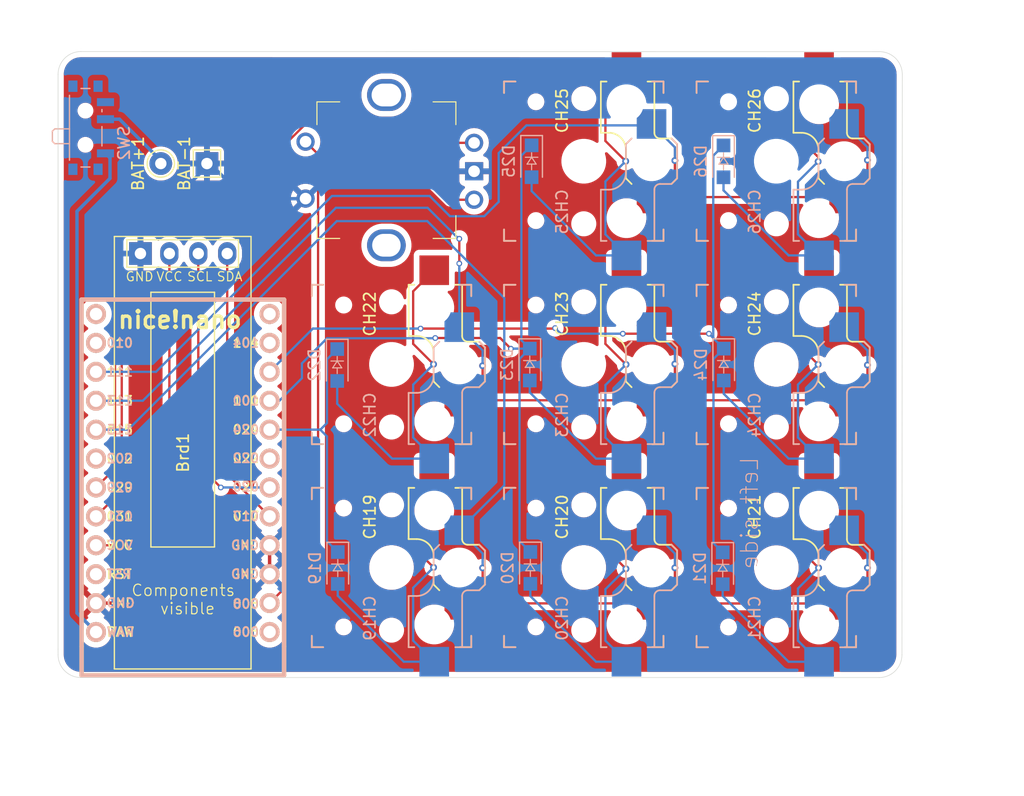
<source format=kicad_pcb>
(kicad_pcb (version 20240108) (generator "pcbnew") (generator_version "8.0")
  (layers (0 "F.Cu" signal) (31 "B.Cu" signal) (34 "B.Paste" user) (35 "F.Paste" user) (36 "B.SilkS" user "B.Silkscreen") (37 "F.SilkS" user "F.Silkscreen") (38 "B.Mask" user) (39 "F.Mask" user) (44 "Edge.Cuts" user))
  (net 0 "")
  (net 1 "Net-(SW2-C)")
  (net 2 "Net-(Brd1-SDA)")
  (net 3 "Net-(Brd1-VCC)")
  (net 4 "Net-(Brd1-SCL)")
  (net 5 "Net-(U2-P1.15)")
  (net 6 "Net-(D19-A)")
  (net 7 "Net-(D20-A)")
  (net 8 "Net-(D21-A)")
  (net 9 "Net-(U2-P1.13)")
  (net 10 "Net-(D22-A)")
  (net 11 "Net-(D23-A)")
  (net 12 "Net-(D24-A)")
  (net 13 "Net-(D25-A)")
  (net 14 "Net-(U2-P1.11)")
  (net 15 "Net-(D26-A)")
  (net 16 "Net-(U2-AIN5{slash}P0.29)")
  (net 17 "Net-(U2-RX1{slash}P0.08)")
  (net 18 "Net-(U2-AIN7{slash}P0.31)")
  (net 19 "Net-(D19-K)")
  (net 20 "Net-(D20-K)")
  (net 21 "Net-(D21-K)")
  (net 23 "Net-(SW2-B)")
  (net 32 "GND")
  (footprint "keyswitches:Kailh_socket_PG1350_reversible" (layer "F.Cu") (at 61.330006 59.935335 90)
    (property "Reference" "CH20")
    (property "Value" "KSwitch")
  )
  (footprint "TestPoint:TestPoint_THTPad_2.0x2.0mm_Drill1.0mm" (layer "F.Cu") (at 28.24 24.44 90)
    (property "Reference" "BAT-1")
    (property "Value" "BAT-")
  )
  (footprint "keyswitches:Kailh_socket_PG1350_reversible" (layer "F.Cu") (at 61.329996 42.089664 90)
    (property "Reference" "CH23")
    (property "Value" "KSwitch")
  )
  (footprint "nice-nano-kicad:nice_nano" (layer "F.Cu") (at 26.12239 51.630578 90)
    (property "Reference" "U2" (hide yes))
    (property "Value" "nice_nano" (hide yes))
  )
  (footprint "keyswitches:Kailh_socket_PG1350_reversible" (layer "F.Cu") (at 78.240006 59.94283 90)
    (property "Reference" "CH21")
    (property "Value" "KSwitch")
  )
  (footprint "keyswitches:Kailh_socket_PG1350_reversible" (layer "F.Cu") (at 61.33 24.235321 90)
    (property "Reference" "CH25")
    (property "Value" "KSwitch")
  )
  (footprint "keyswitches:Kailh_socket_PG1350_reversible" (layer "F.Cu") (at 44.449645 42.089667 90)
    (property "Reference" "CH22")
    (property "Value" "KSwitch")
  )
  (footprint "Rotary_Encoder:RotaryEncoder_Bourns_Vertical_PEL11L-4xxxF-Sxxxx_1" (layer "F.Cu") (at 43.900003 25.119672 90)
    (property "Reference" "CH28" (hide yes))
    (property "Value" "RotaryEncoder_Switch" (hide yes))
  )
  (footprint "keyswitches:Kailh_socket_PG1350_reversible" (layer "F.Cu") (at 78.240007 24.235334 90)
    (property "Reference" "CH26")
    (property "Value" "KSwitch")
  )
  (footprint "TestPoint:TestPoint_THTPad_D2.0mm_Drill1.0mm" (layer "F.Cu") (at 24.189999 24.440001 90)
    (property "Reference" "BAT+1")
    (property "Value" "BAT+")
  )
  (footprint "SSD1306:128x64OLED_0.91" (layer "F.Cu") (at 26.142144 49.846078)
    (property "Reference" "Brd1")
    (property "Value" "SSD1306")
  )
  (footprint "keyswitches:Kailh_socket_PG1350_reversible" (layer "F.Cu") (at 78.240007 42.08967 90)
    (property "Reference" "CH24")
    (property "Value" "KSwitch")
  )
  (footprint "keyswitches:Kailh_socket_PG1350_reversible" (layer "F.Cu") (at 44.449646 59.935337 90)
    (property "Reference" "CH19")
    (property "Value" "KSwitch")
  )
  (footprint "Diode_SMD:Nexperia_CFP3_SOD-123W" (layer "B.Cu") (at 73.620003 42.102168 -90)
    (property "Reference" "D24")
    (property "Value" "D")
  )
  (footprint "Diode_SMD:Nexperia_CFP3_SOD-123W" (layer "B.Cu") (at 56.59 42.102168 -90)
    (property "Reference" "D23")
    (property "Value" "D")
  )
  (footprint "Button_Switch_SMD:SW_SPDT_PCM12" (layer "B.Cu") (at 17.901042 21.293879 90)
    (property "Reference" "SW2")
    (property "Value" "SW_Wuerth_450301014042")
  )
  (footprint "Diode_SMD:Nexperia_CFP3_SOD-123W" (layer "B.Cu") (at 39.729649 59.977833 -90)
    (property "Reference" "D19")
    (property "Value" "D")
  )
  (footprint "Diode_SMD:Nexperia_CFP3_SOD-123W" (layer "B.Cu") (at 73.600006 24.247826 -90)
    (property "Reference" "D26")
    (property "Value" "D")
  )
  (footprint "Diode_SMD:Nexperia_CFP3_SOD-123W" (layer "B.Cu") (at 39.679643 42.142168 -90)
    (property "Reference" "D22")
    (property "Value" "D")
  )
  (footprint "Diode_SMD:Nexperia_CFP3_SOD-123W" (layer "B.Cu") (at 56.639996 59.967831 -90)
    (property "Reference" "D20")
    (property "Value" "D")
  )
  (footprint "Diode_SMD:Nexperia_CFP3_SOD-123W" (layer "B.Cu") (at 56.749998 24.237826 -90)
    (property "Reference" "D25")
    (property "Value" "D")
  )
  (footprint "Diode_SMD:Nexperia_CFP3_SOD-123W" (layer "B.Cu") (at 73.530004 60.005332 -90)
    (property "Reference" "D21")
    (property "Value" "D")
  )
  (gr_arc (start 87.298823 14.609596) (mid 88.713245 15.195856) (end 89.298551 16.610688) (stroke (width 0.05)) (layer "Edge.Cuts"))
  (gr_arc (start 89.270735 67.600963) (mid 88.684518 69.014423) (end 87.270737 69.599868) (stroke (width 0.05)) (layer "Edge.Cuts"))
  (gr_arc (start 17.169641 69.599873) (mid 15.755367 69.014143) (end 15.169644 67.599866) (stroke (width 0.05)) (layer "Edge.Cuts"))
  (gr_line (start 87.298823 14.609596) (end 17.169912 14.600139) (stroke (width 0.05)) (layer "Edge.Cuts"))
  (gr_arc (start 15.169644 16.600144) (mid 15.755516 15.185825) (end 17.169912 14.600139) (stroke (width 0.05)) (layer "Edge.Cuts"))
  (gr_line (start 87.270737 69.599868) (end 17.169641 69.599873) (stroke (width 0.05)) (layer "Edge.Cuts"))
  (gr_line (start 15.169644 16.600144) (end 15.169642 67.099873) (stroke (width 0.05)) (layer "Edge.Cuts"))
  (gr_line (start 89.298551 16.610688) (end 89.270735 67.600963) (stroke (width 0.05)) (layer "Edge.Cuts"))
  (gr_line (start 15.169644 67.599866) (end 15.169642 67.099873) (stroke (width 0.05)) (layer "Edge.Cuts"))
  (gr_text "Left side" (at 76.762822 50.125775 90) (layer "B.SilkS") (effects (font (size 1.5 1.5) (thickness 0.1)) (justify left bottom mirror)))
  (gr_text "Components \nvisible" (at 26.540004 64.130537 0) (layer "F.SilkS") (effects (font (size 1 1) (thickness 0.1)) (justify bottom)))
  (segment (start 20.558652 20.543883) (end 19.331043 20.543881) (width 0.3) (layer "B.Cu") (net 1))
  (segment (start 24.189999 24.17523) (end 20.558652 20.543883) (width 0.3) (layer "B.Cu") (net 1))
  (segment (start 24.189999 24.440001) (end 24.189999 24.17523) (width 0.3) (layer "B.Cu") (net 1))
  (segment (start 30.022144 32.346077) (end 30.022144 51.72033) (width 0.2) (layer "F.Cu") (net 2))
  (segment (start 30.022144 51.72033) (end 33.742388 55.440578) (width 0.2) (layer "F.Cu") (net 2))
  (segment (start 24.942145 32.346078) (end 24.942148 55.787562) (width 0.2) (layer "F.Cu") (net 3))
  (segment (start 22.749129 57.980576) (end 18.502393 57.980577) (width 0.2) (layer "F.Cu") (net 3))
  (segment (start 24.942148 55.787562) (end 22.749129 57.980576) (width 0.2) (layer "F.Cu") (net 3))
  (segment (start 29.459132 52.900575) (end 27.48214 50.923588) (width 0.2) (layer "F.Cu") (net 4))
  (segment (start 27.48214 50.923588) (end 27.482144 32.346075) (width 0.2) (layer "F.Cu") (net 4))
  (via (at 29.459132 52.900575) (size 0.5) (drill 0.3) (layers "F.Cu" "B.Cu") (net 4))
  (segment (start 29.459132 52.900575) (end 33.74239 52.900578) (width 0.2) (layer "B.Cu") (net 4))
  (segment (start 67.397511 63.092831) (end 84.065009 63.092832) (width 0.2) (layer "F.Cu") (net 5))
  (segment (start 52.449326 61.160648) (end 52.449328 59.97129) (width 0.2) (layer "F.Cu") (net 5))
  (segment (start 50.399643 63.21033) (end 50.524641 63.085337) (width 0.2) (layer "F.Cu") (net 5))
  (segment (start 67.280007 63.210334) (end 67.397511 63.092831) (width 0.2) (layer "F.Cu") (net 5))
  (segment (start 86.239914 61.167922) (end 86.239914 59.962055) (width 0.2) (layer "F.Cu") (net 5))
  (segment (start 84.065009 63.092832) (end 84.190007 63.21783) (width 0.2) (layer "F.Cu") (net 5))
  (segment (start 84.190007 63.21783) (end 86.239914 61.167922) (width 0.2) (layer "F.Cu") (net 5))
  (segment (start 50.399643 63.21033) (end 52.449326 61.160648) (width 0.2) (layer "F.Cu") (net 5))
  (segment (start 67.280007 63.210334) (end 69.329828 61.160513) (width 0.2) (layer "F.Cu") (net 5))
  (segment (start 67.155008 63.085336) (end 67.280007 63.210334) (width 0.2) (layer "F.Cu") (net 5))
  (segment (start 50.524641 63.085337) (end 67.155008 63.085336) (width 0.2) (layer "F.Cu") (net 5))
  (segment (start 69.329828 61.160513) (end 69.329827 59.96237) (width 0.2) (layer "F.Cu") (net 5))
  (via (at 52.449328 59.97129) (size 0.6) (drill 0.3) (layers "F.Cu" "B.Cu") (net 5))
  (via (at 86.239914 59.962055) (size 0.6) (drill 0.3) (layers "F.Cu" "B.Cu") (net 5))
  (via (at 69.329827 59.96237) (size 0.6) (drill 0.3) (layers "F.Cu" "B.Cu") (net 5))
  (segment (start 69.329827 59.96237) (end 69.329828 58.710157) (width 0.2) (layer "B.Cu") (net 5))
  (segment (start 86.239914 59.962055) (end 86.239914 58.71774) (width 0.2) (layer "B.Cu") (net 5))
  (segment (start 18.502386 47.820577) (end 18.502386 47.19732) (width 0.2) (layer "B.Cu") (net 5))
  (segment (start 52.449328 59.97129) (end 52.449327 58.710016) (width 0.2) (layer "B.Cu") (net 5))
  (segment (start 47.590043 29.499667) (end 39.640043 29.499666) (width 0.2) (layer "B.Cu") (net 5))
  (segment (start 54.350042 36.259662) (end 47.590043 29.499667) (width 0.2) (layer "B.Cu") (net 5))
  (segment (start 21.319133 47.820577) (end 18.502386 47.820577) (width 0.2) (layer "B.Cu") (net 5))
  (segment (start 54.350043 52.709937) (end 54.350042 36.259662) (width 0.2) (layer "B.Cu") (net 5))
  (segment (start 52.449327 58.710016) (end 50.399643 56.660331) (width 0.2) (layer "B.Cu") (net 5))
  (segment (start 39.640043 29.499666) (end 21.319133 47.820577) (width 0.2) (layer "B.Cu") (net 5))
  (segment (start 69.329828 58.710157) (end 67.280001 56.660334) (width 0.2) (layer "B.Cu") (net 5))
  (segment (start 50.399643 56.660331) (end 54.350043 52.709937) (width 0.2) (layer "B.Cu") (net 5))
  (segment (start 86.239914 58.71774) (end 84.190006 56.66783) (width 0.2) (layer "B.Cu") (net 5))
  (segment (start 46.349644 53.510336) (end 48.199645 51.660335) (width 0.2) (layer "F.Cu") (net 6))
  (segment (start 46.349645 58.134061) (end 46.349644 53.510336) (width 0.2) (layer "F.Cu") (net 6))
  (segment (start 48.140043 59.924458) (end 46.349645 58.134061) (width 0.2) (layer "F.Cu") (net 6))
  (via (at 48.140043 59.924458) (size 0.6) (drill 0.3) (layers "F.Cu" "B.Cu") (net 6))
  (segment (start 45.526316 68.210336) (end 39.729648 62.413668) (width 0.2) (layer "B.Cu") (net 6))
  (segment (start 48.199643 68.210332) (end 46.349651 66.360336) (width 0.2) (layer "B.Cu") (net 6))
  (segment (start 46.349646 61.714859) (end 48.140043 59.924458) (width 0.2) (layer "B.Cu") (net 6))
  (segment (start 46.349651 66.360336) (end 46.349646 61.714859) (width 0.2) (layer "B.Cu") (net 6))
  (segment (start 39.729648 62.413668) (end 39.729649 61.377834) (width 0.2) (layer "B.Cu") (net 6))
  (segment (start 48.199643 68.210332) (end 45.526316 68.210336) (width 0.2) (layer "B.Cu") (net 6))
  (segment (start 63.230008 53.510336) (end 65.080005 51.660335) (width 0.2) (layer "F.Cu") (net 7))
  (segment (start 65.030043 60.044458) (end 63.230006 58.244423) (width 0.2) (layer "F.Cu") (net 7))
  (segment (start 63.230006 58.244423) (end 63.230008 53.510336) (width 0.2) (layer "F.Cu") (net 7))
  (via (at 65.030043 60.044458) (size 0.6) (drill 0.3) (layers "F.Cu" "B.Cu") (net 7))
  (segment (start 62.406677 68.210336) (end 56.639994 62.443656) (width 0.2) (layer "B.Cu") (net 7))
  (segment (start 63.230007 61.844497) (end 65.030043 60.044458) (width 0.2) (layer "B.Cu") (net 7))
  (segment (start 65.080006 68.210334) (end 62.406677 68.210336) (width 0.2) (layer "B.Cu") (net 7))
  (segment (start 65.080006 68.210334) (end 63.230009 66.360337) (width 0.2) (layer "B.Cu") (net 7))
  (segment (start 63.230009 66.360337) (end 63.230007 61.844497) (width 0.2) (layer "B.Cu") (net 7))
  (segment (start 56.639994 62.443656) (end 56.639998 61.367829) (width 0.2) (layer "B.Cu") (net 7))
  (segment (start 80.140002 58.154426) (end 80.140007 53.517831) (width 0.2) (layer "F.Cu") (net 8))
  (segment (start 81.950043 59.96446) (end 80.140002 58.154426) (width 0.2) (layer "F.Cu") (net 8))
  (segment (start 80.140007 53.517831) (end 81.990007 51.66783) (width 0.2) (layer "F.Cu") (net 8))
  (via (at 81.950043 59.96446) (size 0.6) (drill 0.3) (layers "F.Cu" "B.Cu") (net 8))
  (segment (start 81.990004 68.217829) (end 80.140007 66.367833) (width 0.2) (layer "B.Cu") (net 8))
  (segment (start 80.140007 61.774498) (end 81.950043 59.96446) (width 0.2) (layer "B.Cu") (net 8))
  (segment (start 81.990004 68.217829) (end 79.316675 68.21783) (width 0.2) (layer "B.Cu") (net 8))
  (segment (start 80.140007 66.367833) (end 80.140007 61.774498) (width 0.2) (layer "B.Cu") (net 8))
  (segment (start 79.316675 68.21783) (end 73.530007 62.431159) (width 0.2) (layer "B.Cu") (net 8))
  (segment (start 73.530007 62.431159) (end 73.530003 61.405332) (width 0.2) (layer "B.Cu") (net 8))
  (segment (start 84.190007 45.36467) (end 84.06501 45.239672) (width 0.2) (layer "F.Cu") (net 9))
  (segment (start 50.400043 31.049667) (end 50.390042 31.039665) (width 0.2) (layer "F.Cu") (net 9))
  (segment (start 67.279999 45.364663) (end 69.329613 43.315051) (width 0.2) (layer "F.Cu") (net 9))
  (segment (start 84.190007 45.36467) (end 86.239317 43.315362) (width 0.2) (layer "F.Cu") (net 9))
  (segment (start 50.52465 45.239665) (end 50.399646 45.364667) (width 0.2) (layer "F.Cu") (net 9))
  (segment (start 67.404992 45.239673) (end 67.279999 45.364663) (width 0.2) (layer "F.Cu") (net 9))
  (segment (start 50.400043 33.219665) (end 50.400043 31.049667) (width 0.2) (layer "F.Cu") (net 9))
  (segment (start 50.399646 45.364667) (end 52.446226 43.318088) (width 0.2) (layer "F.Cu") (net 9))
  (segment (start 86.239317 43.315362) (end 86.239317 42.142873) (width 0.2) (layer "F.Cu") (net 9))
  (segment (start 69.329613 43.315051) (end 69.329612 42.049931) (width 0.2) (layer "F.Cu") (net 9))
  (segment (start 67.155001 45.239665) (end 50.52465 45.239665) (width 0.2) (layer "F.Cu") (net 9))
  (segment (start 52.446226 43.318088) (end 52.446224 42.208022) (width 0.2) (layer "F.Cu") (net 9))
  (segment (start 84.06501 45.239672) (end 67.404992 45.239673) (width 0.2) (layer "F.Cu") (net 9))
  (segment (start 67.279999 45.364663) (end 67.155001 45.239665) (width 0.2) (layer "F.Cu") (net 9))
  (via (at 86.239317 42.142873) (size 0.6) (drill 0.3) (layers "F.Cu" "B.Cu") (net 9))
  (via (at 50.400043 33.219665) (size 0.5) (drill 0.3) (layers "F.Cu" "B.Cu") (net 9))
  (via (at 52.446224 42.208022) (size 0.6) (drill 0.3) (layers "F.Cu" "B.Cu") (net 9))
  (via (at 50.400043 31.049667) (size 0.5) (drill 0.3) (layers "F.Cu" "B.Cu") (net 9))
  (via (at 69.329612 42.049931) (size 0.6) (drill 0.3) (layers "F.Cu" "B.Cu") (net 9))
  (segment (start 86.239316 40.863982) (end 84.190006 38.814669) (width 0.2) (layer "B.Cu") (net 9))
  (segment (start 52.446224 42.208022) (end 52.446226 40.861249) (width 0.2) (layer "B.Cu") (net 9))
  (segment (start 39.560043 28.329664) (end 22.60913 45.280579) (width 0.2) (layer "B.Cu") (net 9))
  (segment (start 69.329612 42.049931) (end 69.329613 40.864277) (width 0.2) (layer "B.Cu") (net 9))
  (segment (start 50.399642 33.659267) (end 50.399643 33.220064) (width 0.2) (layer "B.Cu") (net 9))
  (segment (start 50.399643 38.814668) (end 50.399642 33.659267) (width 0.2) (layer "B.Cu") (net 9))
  (segment (start 50.340042 31.049665) (end 47.620044 28.329663) (width 0.2) (layer "B.Cu") (net 9))
  (segment (start 69.329613 40.864277) (end 67.279996 38.814663) (width 0.2) (layer "B.Cu") (net 9))
  (segment (start 50.400043 31.049667) (end 50.340042 31.049665) (width 0.2) (layer "B.Cu") (net 9))
  (segment (start 47.620044 28.329663) (end 39.560043 28.329664) (width 0.2) (layer "B.Cu") (net 9))
  (segment (start 86.239317 42.142873) (end 86.239316 40.863982) (width 0.2) (layer "B.Cu") (net 9))
  (segment (start 22.60913 45.280579) (end 18.502394 45.280578) (width 0.2) (layer "B.Cu") (net 9))
  (segment (start 50.399643 33.220064) (end 50.400043 33.219665) (width 0.2) (layer "B.Cu") (net 9))
  (segment (start 52.446226 40.861249) (end 50.399643 38.814668) (width 0.2) (layer "B.Cu") (net 9))
  (segment (start 46.349646 35.664671) (end 48.199645 33.814668) (width 0.2) (layer "F.Cu") (net 10))
  (segment (start 48.140044 42.074461) (end 46.349645 40.284062) (width 0.2) (layer "F.Cu") (net 10))
  (segment (start 46.349645 40.284062) (end 46.349646 35.664671) (width 0.2) (layer "F.Cu") (net 10))
  (via (at 48.140044 42.074461) (size 0.6) (drill 0.3) (layers "F.Cu" "B.Cu") (net 10))
  (segment (start 46.349647 48.514671) (end 46.349645 43.864858) (width 0.2) (layer "B.Cu") (net 10))
  (segment (start 48.199643 50.36467) (end 44.500081 50.364667) (width 0.2) (layer "B.Cu") (net 10))
  (segment (start 39.679642 45.544228) (end 39.679641 43.542165) (width 0.2) (layer "B.Cu") (net 10))
  (segment (start 48.199643 50.36467) (end 46.349647 48.514671) (width 0.2) (layer "B.Cu") (net 10))
  (segment (start 46.349645 43.864858) (end 48.140044 42.074461) (width 0.2) (layer "B.Cu") (net 10))
  (segment (start 44.500081 50.364667) (end 39.679642 45.544228) (width 0.2) (layer "B.Cu") (net 10))
  (segment (start 65.040043 42.094462) (end 63.229998 40.284417) (width 0.2) (layer "F.Cu") (net 11))
  (segment (start 63.229998 40.284417) (end 63.229998 35.664665) (width 0.2) (layer "F.Cu") (net 11))
  (segment (start 63.229998 35.664665) (end 65.080001 33.814664) (width 0.2) (layer "F.Cu") (net 11))
  (via (at 65.040043 42.094462) (size 0.6) (drill 0.3) (layers "F.Cu" "B.Cu") (net 11))
  (segment (start 63.23 43.904504) (end 65.040043 42.094462) (width 0.2) (layer "B.Cu") (net 11))
  (segment (start 62.406671 50.364666) (end 56.59 44.547995) (width 0.2) (layer "B.Cu") (net 11))
  (segment (start 63.230001 48.514667) (end 63.23 43.904504) (width 0.2) (layer "B.Cu") (net 11))
  (segment (start 65.079995 50.364662) (end 62.406671 50.364666) (width 0.2) (layer "B.Cu") (net 11))
  (segment (start 56.59 44.547995) (end 56.59 43.502166) (width 0.2) (layer "B.Cu") (net 11))
  (segment (start 65.079995 50.364662) (end 63.230001 48.514667) (width 0.2) (layer "B.Cu") (net 11))
  (segment (start 80.140009 40.324424) (end 80.140008 35.664674) (width 0.2) (layer "F.Cu") (net 12))
  (segment (start 81.910042 42.094458) (end 80.140009 40.324424) (width 0.2) (layer "F.Cu") (net 12))
  (segment (start 80.140008 35.664674) (end 81.990009 33.814672) (width 0.2) (layer "F.Cu") (net 12))
  (via (at 81.910042 42.094458) (size 0.6) (drill 0.3) (layers "F.Cu" "B.Cu") (net 12))
  (segment (start 73.620005 44.667998) (end 73.620008 43.502167) (width 0.2) (layer "B.Cu") (net 12))
  (segment (start 80.140006 43.864494) (end 81.910042 42.094458) (width 0.2) (layer "B.Cu") (net 12))
  (segment (start 80.14001 48.514674) (end 80.140006 43.864494) (width 0.2) (layer "B.Cu") (net 12))
  (segment (start 81.990008 50.364671) (end 79.316679 50.364671) (width 0.2) (layer "B.Cu") (net 12))
  (segment (start 81.990008 50.364671) (end 80.14001 48.514674) (width 0.2) (layer "B.Cu") (net 12))
  (segment (start 79.316679 50.364671) (end 73.620005 44.667998) (width 0.2) (layer "B.Cu") (net 12))
  (segment (start 63.229998 22.454415) (end 63.229998 17.810325) (width 0.2) (layer "F.Cu") (net 13))
  (segment (start 65.010045 24.234463) (end 63.229998 22.454415) (width 0.2) (layer "F.Cu") (net 13))
  (segment (start 63.229998 17.810325) (end 65.080001 15.960324) (width 0.2) (layer "F.Cu") (net 13))
  (via (at 65.010045 24.234463) (size 0.6) (drill 0.3) (layers "F.Cu" "B.Cu") (net 13))
  (segment (start 65.079997 32.510324) (end 62.406672 32.510321) (width 0.2) (layer "B.Cu") (net 13))
  (segment (start 65.079997 32.510324) (end 63.23 30.660325) (width 0.2) (layer "B.Cu") (net 13))
  (segment (start 63.229999 26.014505) (end 65.010045 24.234463) (width 0.2) (layer "B.Cu") (net 13))
  (segment (start 62.406672 32.510321) (end 56.749999 26.85365) (width 0.2) (layer "B.Cu") (net 13))
  (segment (start 56.749999 26.85365) (end 56.749999 25.637825) (width 0.2) (layer "B.Cu") (net 13))
  (segment (start 63.23 30.660325) (end 63.229999 26.014505) (width 0.2) (layer "B.Cu") (net 13))
  (segment (start 84.190005 27.510332) (end 84.065009 27.385334) (width 0.2) (layer "F.Cu") (net 14))
  (segment (start 67.28 27.510323) (end 69.329163 25.46116) (width 0.2) (layer "F.Cu") (net 14))
  (segment (start 84.065009 27.385334) (end 67.404988 27.385335) (width 0.2) (layer "F.Cu") (net 14))
  (segment (start 86.23769 25.462649) (end 86.237689 24.137937) (width 0.2) (layer "F.Cu") (net 14))
  (segment (start 69.329163 25.46116) (end 69.32916 24.176768) (width 0.2) (layer "F.Cu") (net 14))
  (segment (start 84.190005 27.510332) (end 86.23769 25.462649) (width 0.2) (layer "F.Cu") (net 14))
  (segment (start 67.404988 27.385335) (end 67.28 27.510323) (width 0.2) (layer "F.Cu") (net 14))
  (via (at 69.32916 24.176768) (size 0.6) (drill 0.3) (layers "F.Cu" "B.Cu") (net 14))
  (via (at 86.237689 24.137937) (size 0.6) (drill 0.3) (layers "F.Cu" "B.Cu") (net 14))
  (segment (start 49.580044 29.069665) (end 47.80004 27.289664) (width 0.2) (layer "B.Cu") (net 14))
  (segment (start 67.279998 20.960321) (end 67.154997 21.085321) (width 0.2) (layer "B.Cu") (net 14))
  (segment (start 39.220044 27.289665) (end 23.769133 42.740577) (width 0.2) (layer "B.Cu") (net 14))
  (segment (start 53.860043 23.519666) (end 53.860044 27.799667) (width 0.2) (layer "B.Cu") (net 14))
  (segment (start 67.154997 21.085321) (end 56.294384 21.085322) (width 0.2) (layer "B.Cu") (net 14))
  (segment (start 56.294384 21.085322) (end 53.860043 23.519666) (width 0.2) (layer "B.Cu") (net 14))
  (segment (start 53.860044 27.799667) (end 52.590044 29.069666) (width 0.2) (layer "B.Cu") (net 14))
  (segment (start 52.590044 29.069666) (end 49.580044 29.069665) (width 0.2) (layer "B.Cu") (net 14))
  (segment (start 47.80004 27.289664) (end 39.220044 27.289665) (width 0.2) (layer "B.Cu") (net 14))
  (segment (start 86.237689 24.137937) (end 86.23769 23.00802) (width 0.2) (layer "B.Cu") (net 14))
  (segment (start 86.23769 23.00802) (end 84.190008 20.960335) (width 0.2) (layer "B.Cu") (net 14))
  (segment (start 69.329161 23.009485) (end 67.279998 20.960321) (width 0.2) (layer "B.Cu") (net 14))
  (segment (start 23.769133 42.740577) (end 18.502388 42.740576) (width 0.2) (layer "B.Cu") (net 14))
  (segment (start 69.32916 24.176768) (end 69.329161 23.009485) (width 0.2) (layer "B.Cu") (net 14))
  (segment (start 81.910041 24.26446) (end 81.910043 23.864461) (width 0.2) (layer "F.Cu") (net 15))
  (segment (start 81.910043 23.864461) (end 80.140007 22.094425) (width 0.2) (layer "F.Cu") (net 15))
  (segment (start 80.140007 17.810337) (end 81.990009 15.960334) (width 0.2) (layer "F.Cu") (net 15))
  (segment (start 80.140007 22.094425) (end 80.140007 17.810337) (width 0.2) (layer "F.Cu") (net 15))
  (via (at 81.910041 24.26446) (size 0.6) (drill 0.3) (layers "F.Cu" "B.Cu") (net 15))
  (segment (start 81.990005 32.510334) (end 79.316677 32.510334) (width 0.2) (layer "B.Cu") (net 15))
  (segment (start 81.990005 32.510334) (end 80.140007 30.660335) (width 0.2) (layer "B.Cu") (net 15))
  (segment (start 80.140007 30.660335) (end 80.140008 26.034496) (width 0.2) (layer "B.Cu") (net 15))
  (segment (start 79.316677 32.510334) (end 73.600009 26.793665) (width 0.2) (layer "B.Cu") (net 15))
  (segment (start 80.140008 26.034496) (end 81.910041 24.26446) (width 0.2) (layer "B.Cu") (net 15))
  (segment (start 73.600009 26.793665) (end 73.600006 25.647824) (width 0.2) (layer "B.Cu") (net 15))
  (segment (start 20.170043 29.949663) (end 20.170042 51.232922) (width 0.2) (layer "F.Cu") (net 16))
  (segment (start 22.040044 28.079664) (end 20.170043 29.949663) (width 0.2) (layer "F.Cu") (net 16))
  (segment (start 20.170042 51.232922) (end 18.502388 52.90058) (width 0.2) (layer "F.Cu") (net 16))
  (segment (start 36.540041 20.309664) (end 28.770044 28.079666) (width 0.2) (layer "F.Cu") (net 16))
  (segment (start 51.700003 22.619672) (end 41.790049 22.619669) (width 0.2) (layer "F.Cu") (net 16))
  (segment (start 39.480045 20.309665) (end 36.540041 20.309664) (width 0.2) (layer "F.Cu") (net 16))
  (segment (start 41.790049 22.619669) (end 39.480045 20.309665) (width 0.2) (layer "F.Cu") (net 16))
  (segment (start 28.770044 28.079666) (end 22.040044 28.079664) (width 0.2) (layer "F.Cu") (net 16))
  (segment (start 38.000004 23.619671) (end 38.000008 58.802958) (width 0.2) (layer "F.Cu") (net 17))
  (segment (start 38.000008 58.802958) (end 33.742388 63.060575) (width 0.2) (layer "F.Cu") (net 17))
  (segment (start 36.900005 22.519672) (end 38.000004 23.619671) (width 0.2) (layer "F.Cu") (net 17))
  (segment (start 38.830044 20.819665) (end 37.044376 20.819666) (width 0.2) (layer "F.Cu") (net 18))
  (segment (start 49.610049 27.619672) (end 45.670042 23.679666) (width 0.2) (layer "F.Cu") (net 18))
  (segment (start 22.090043 28.979665) (end 20.760044 30.309664) (width 0.2) (layer "F.Cu") (net 18))
  (segment (start 37.044376 20.819666) (end 28.884375 28.979664) (width 0.2) (layer "F.Cu") (net 18))
  (segment (start 28.884375 28.979664) (end 22.090043 28.979665) (width 0.2) (layer "F.Cu") (net 18))
  (segment (start 20.760044 30.309664) (end 20.760045 53.182923) (width 0.2) (layer "F.Cu") (net 18))
  (segment (start 51.700004 27.619668) (end 49.610049 27.619672) (width 0.2) (layer "F.Cu") (net 18))
  (segment (start 20.760045 53.182923) (end 18.50239 55.440579) (width 0.2) (layer "F.Cu") (net 18))
  (segment (start 41.690044 23.679666) (end 38.830044 20.819665) (width 0.2) (layer "F.Cu") (net 18))
  (segment (start 45.670042 23.679666) (end 41.690044 23.679666) (width 0.2) (layer "F.Cu") (net 18))
  (segment (start 38.779641 41.642167) (end 39.679637 40.742165) (width 0.2) (layer "B.Cu") (net 19))
  (segment (start 38.779641 48.410179) (end 38.190044 47.820579) (width 0.2) (layer "B.Cu") (net 19))
  (segment (start 38.190044 47.820579) (end 38.19873 47.820575) (width 0.2) (layer "B.Cu") (net 19))
  (segment (start 38.779641 47.239665) (end 38.779641 41.642167) (width 0.2) (layer "B.Cu") (net 19))
  (segment (start 38.779641 48.499666) (end 38.779641 48.410179) (width 0.2) (layer "B.Cu") (net 19))
  (segment (start 38.19873 47.820575) (end 38.779641 47.239665) (width 0.2) (layer "B.Cu") (net 19))
  (segment (start 38.190044 47.820579) (end 33.74239 47.820577) (width 0.2) (layer "B.Cu") (net 19))
  (segment (start 38.779641 57.627827) (end 38.779641 48.499666) (width 0.2) (layer "B.Cu") (net 19))
  (segment (start 39.729649 58.577833) (end 38.779641 57.627827) (width 0.2) (layer "B.Cu") (net 19))
  (segment (start 48.290045 39.769666) (end 53.990044 39.769665) (width 0.2) (layer "F.Cu") (net 20))
  (segment (start 53.990044 39.769665) (end 54.930042 40.709666) (width 0.2) (layer "F.Cu") (net 20))
  (via (at 54.930042 40.709666) (size 0.5) (drill 0.3) (layers "F.Cu" "B.Cu") (net 20))
  (via (at 48.290045 39.769666) (size 0.5) (drill 0.3) (layers "F.Cu" "B.Cu") (net 20))
  (segment (start 55.849997 39.962165) (end 55.849999 23.737829) (width 0.2) (layer "B.Cu") (net 20))
  (segment (start 36.580045 43.299662) (end 34.599128 45.280576) (width 0.2) (layer "B.Cu") (net 20))
  (segment (start 48.27004 39.789663) (end 38.790043 39.789666) (width 0.2) (layer "B.Cu") (net 20))
  (segment (start 34.599128 45.280576) (end 33.742384 45.280578) (width 0.2) (layer "B.Cu") (net 20))
  (segment (start 48.290045 39.769666) (end 48.27004 39.789663) (width 0.2) (layer "B.Cu") (net 20))
  (segment (start 55.849999 23.737829) (end 56.749998 22.837826) (width 0.2) (layer "B.Cu") (net 20))
  (segment (start 38.790043 39.789666) (end 36.580044 41.999664) (width 0.2) (layer "B.Cu") (net 20))
  (segment (start 56.639997 58.56783) (end 55.689999 57.617833) (width 0.2) (layer "B.Cu") (net 20))
  (segment (start 55.690001 41.602166) (end 56.59 40.702165) (width 0.2) (layer "B.Cu") (net 20))
  (segment (start 54.930042 40.709666) (end 54.93754 40.70217) (width 0.2) (layer "B.Cu") (net 20))
  (segment (start 56.59 40.702165) (end 55.849997 39.962165) (width 0.2) (layer "B.Cu") (net 20))
  (segment (start 55.689999 57.617833) (end 55.690001 41.602166) (width 0.2) (layer "B.Cu") (net 20))
  (segment (start 54.93754 40.70217) (end 56.59 40.702165) (width 0.2) (layer "B.Cu") (net 20))
  (segment (start 36.580044 41.999664) (end 36.580045 43.299662) (width 0.2) (layer "B.Cu") (net 20))
  (segment (start 58.810043 38.899665) (end 58.770043 38.939666) (width 0.2) (layer "F.Cu") (net 21))
  (segment (start 58.770043 38.939666) (end 47.000045 38.939667) (width 0.2) (layer "F.Cu") (net 21))
  (segment (start 72.320043 39.389664) (end 64.760044 39.389665) (width 0.2) (layer "F.Cu") (net 21))
  (segment (start 47.000045 38.939667) (end 47.000042 38.939666) (width 0.2) (layer "F.Cu") (net 21))
  (via (at 58.810043 38.899665) (size 0.5) (drill 0.3) (layers "F.Cu" "B.Cu") (net 21))
  (via (at 64.760044 39.389665) (size 0.5) (drill 0.3) (layers "F.Cu" "B.Cu") (net 21))
  (via (at 72.320043 39.389664) (size 0.5) (drill 0.3) (layers "F.Cu" "B.Cu") (net 21))
  (via (at 47.000042 38.939666) (size 0.5) (drill 0.3) (layers "F.Cu" "B.Cu") (net 21))
  (segment (start 37.5433 38.939665) (end 33.742389 42.740572) (width 0.2) (layer "B.Cu") (net 21))
  (segment (start 72.72 57.795335) (end 72.720006 41.602166) (width 0.2) (layer "B.Cu") (net 21))
  (segment (start 64.760044 39.389665) (end 59.300045 39.389666) (width 0.2) (layer "B.Cu") (net 21))
  (segment (start 47.000042 38.939666) (end 37.5433 38.939665) (width 0.2) (layer "B.Cu") (net 21))
  (segment (start 72.70001 39.78217) (end 72.700009 23.747823) (width 0.2) (layer "B.Cu") (net 21))
  (segment (start 59.300045 39.389666) (end 58.810043 38.899665) (width 0.2) (layer "B.Cu") (net 21))
  (segment (start 73.530006 58.605332) (end 72.72 57.795335) (width 0.2) (layer "B.Cu") (net 21))
  (segment (start 72.700006 39.76963) (end 72.320043 39.389664) (width 0.2) (layer "B.Cu") (net 21))
  (segment (start 72.70001 39.78217) (end 72.700006 39.76963) (width 0.2) (layer "B.Cu") (net 21))
  (segment (start 72.700009 23.747823) (end 73.600007 22.847824) (width 0.2) (layer "B.Cu") (net 21))
  (segment (start 72.720006 41.602166) (end 73.620005 40.702168) (width 0.2) (layer "B.Cu") (net 21))
  (segment (start 73.620005 40.702168) (end 72.70001 39.78217) (width 0.2) (layer "B.Cu") (net 21))
  (segment (start 19.72869 25.741019) (end 16.830043 28.639666) (width 0.3) (layer "B.Cu") (net 23))
  (segment (start 16.830043 28.639666) (end 16.830043 63.928229) (width 0.3) (layer "B.Cu") (net 23))
  (segment (start 19.331041 23.543876) (end 19.72869 23.941523) (width 0.3) (layer "B.Cu") (net 23))
  (segment (start 16.830043 63.928229) (end 18.502388 65.600574) (width 0.3) (layer "B.Cu") (net 23))
  (segment (start 19.72869 23.941523) (end 19.72869 25.741019) (width 0.3) (layer "B.Cu") (net 23))
  (segment (start 35.010043 56.712918) (end 35.010041 29.409628) (width 0.3) (layer "F.Cu") (net 32))
  (segment (start 33.742385 57.980578) (end 35.010043 56.712918) (width 0.3) (layer "F.Cu") (net 32))
  (segment (start 31.202385 63.06058) (end 33.74239 60.520577) (width 0.3) (layer "F.Cu") (net 32))
  (segment (start 33.742389 57.980579) (end 33.742385 57.980578) (width 0.2) (layer "F.Cu") (net 32))
  (segment (start 35.010041 29.409628) (end 36.900006 27.519665) (width 0.3) (layer "F.Cu") (net 32))
  (segment (start 18.502391 63.06058) (end 31.202385 63.06058) (width 0.3) (layer "F.Cu") (net 32))
  (segment (start 33.74239 60.520577) (end 33.742389 57.980579) (width 0.3) (layer "F.Cu") (net 32))
  (segment (start 51.669998 25.089666) (end 39.330006 25.089666) (width 0.3) (layer "B.Cu") (net 32))
  (segment (start 22.402146 30.532369) (end 22.402147 32.346078) (width 0.3) (layer "B.Cu") (net 32))
  (segment (start 28.24 24.44) (end 28.24 24.694515) (width 0.3) (layer "B.Cu") (net 32))
  (segment (start 28.24 24.694515) (end 22.402146 30.532369) (width 0.3) (layer "B.Cu") (net 32))
  (segment (start 36.900006 27.519665) (end 36.890006 27.529667) (width 0.3) (layer "B.Cu") (net 32))
  (segment (start 28.504772 24.44) (end 28.24 24.44) (width 0.3) (layer "B.Cu") (net 32))
  (segment (start 51.700004 25.11967) (end 51.669998 25.089666) (width 0.3) (layer "B.Cu") (net 32))
  (segment (start 39.330006 25.089666) (end 36.900006 27.519665) (width 0.3) (layer "B.Cu") (net 32))
  (segment (start 31.594438 27.529666) (end 28.504772 24.44) (width 0.3) (layer "B.Cu") (net 32))
  (segment (start 36.890006 27.529667) (end 31.594438 27.529666) (width 0.3) (layer "B.Cu") (net 32))
  (zone (net 32) (net_name "GND") (layers "F&B.Cu") (connect_pads (clearance 0.5)) (min_thickness 0.25) (fill yes (thermal_gap 0.5) (thermal_bridge_width 0.5))
    (polygon (pts (xy 10.07 10.07) (xy 100 10.08) (xy 100 79.9) (xy 10.08 80)))
  )
)
</source>
